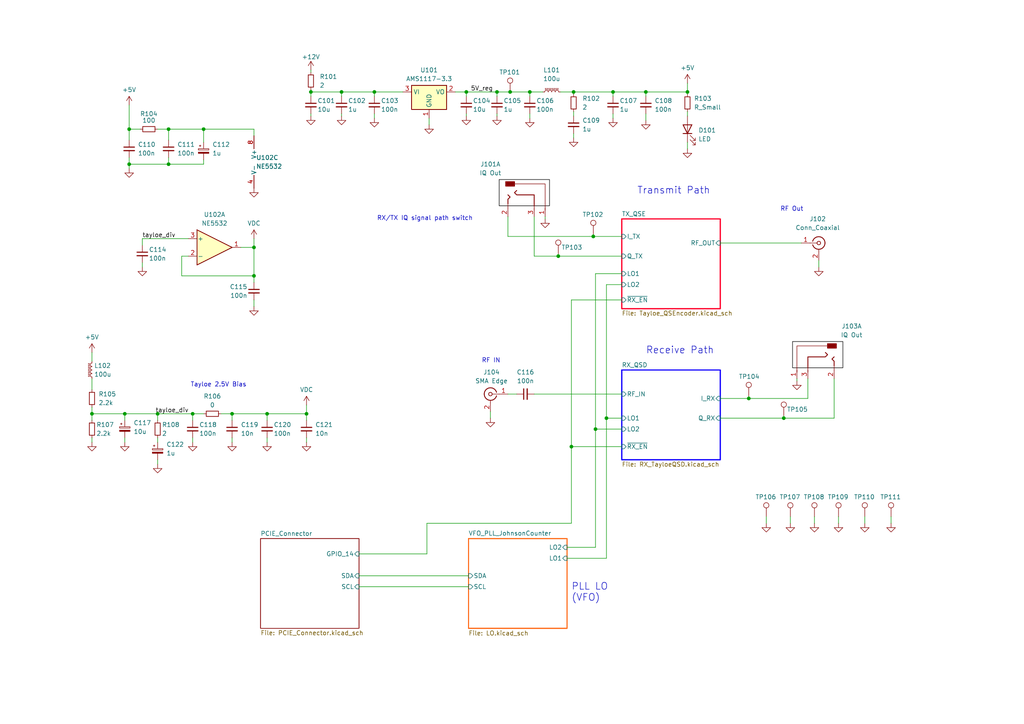
<source format=kicad_sch>
(kicad_sch (version 20231120) (generator "eeschema") (generator_version "8.0")
  (paper "A4")
  (title_block (title "Rhapsody - moduar experimental SDR TRX") (date "2023-10-12") (rev "1.0") (company "SP6GK") (comment 1 "RX and TX QSD") (comment 2 "Johnson Counter for IQ LO drive") (comment 3 "PLL with option for extenal input"))
  (lib_symbols
    (symbol "Amplifier_Operational:NE5532" (pin_names (offset 0.127))
      (property "Reference" "U" (at 0 5.08 0))
      (property "Value" "NE5532" (at 0 -5.08 0))
      (symbol "NE5532_1_1"
        (polyline (pts (xy -5.08 5.08) (xy 5.08 0) (xy -5.08 -5.08) (xy -5.08 5.08)) (stroke (width 0.254)) (fill (type background)))
        (pin output line (at 7.62 0 180) (length 2.54) (name "~") (number "1"))
        (pin input line (at -7.62 -2.54 0) (length 2.54) (name "-") (number "2"))
        (pin input line (at -7.62 2.54 0) (length 2.54) (name "+") (number "3"))
      )
      (symbol "NE5532_2_1"
        (polyline (pts (xy -5.08 5.08) (xy 5.08 0) (xy -5.08 -5.08) (xy -5.08 5.08)) (stroke (width 0.254)) (fill (type background)))
        (pin input line (at -7.62 2.54 0) (length 2.54) (name "+") (number "5"))
        (pin input line (at -7.62 -2.54 0) (length 2.54) (name "-") (number "6"))
        (pin output line (at 7.62 0 180) (length 2.54) (name "~") (number "7"))
      )
      (symbol "NE5532_3_1"
        (pin power_in line (at -2.54 -7.62 90) (length 3.81) (name "V-") (number "4"))
        (pin power_in line (at -2.54 7.62 270) (length 3.81) (name "V+") (number "8"))
      )
    )
    (symbol "AudioJack2_Dual_Ground_Switch_1"
      (property "Reference" "J101" (at -10.16 -5.08 90))
      (property "Value" "IQ Out" (at -7.62 -5.08 90))
      (symbol "AudioJack2_Dual_Ground_Switch_1_0_1"
        (rectangle (start -5.715 12.065) (end 1.905 -2.54) (stroke (width 0) (color 0 0 0 1)))
        (rectangle (start -5.08 1.905) (end -3.81 -0.635) (stroke (width 0.254)) (fill (type outline)))
        (polyline (pts (xy 2.54 0) (xy 1.27 0)))
        (polyline (pts (xy 3.175 7.62) (xy 1.905 7.62)))
        (polyline (pts (xy 3.175 10.795) (xy 1.905 10.795)))
        (polyline (pts (xy -4.445 1.905) (xy -4.445 10.795) (xy 1.905 10.795)))
        (polyline (pts (xy -1.27 0) (xy -0.635 0.635) (xy 0 0) (xy 1.27 0)) (stroke (width 0.254)))
        (polyline (pts (xy 1.905 7.62) (xy -1.27 7.62) (xy -1.27 2.54) (xy -1.905 1.905) (xy -2.54 2.54)) (stroke (width 0.254)))
      )
      (symbol "AudioJack2_Dual_Ground_Switch_1_1_1"
        (pin passive line (at 5.08 10.795 180) (length 2.54) (name "") (number "1"))
        (pin passive line (at 5.08 0 180) (length 2.54) (name "~") (number "2"))
        (pin passive line (at 5.08 7.62 180) (length 2.54) (name "~") (number "3"))
      )
      (symbol "AudioJack2_Dual_Ground_Switch_1_2_1"
        (pin passive line (at 5.08 7.62 180) (length 2.54) (name "~") (number "S2"))
        (pin passive line (at 5.08 0 180) (length 2.54) (name "~") (number "T2"))
      )
    )
    (symbol "Connector:Conn_Coaxial" (pin_names (offset 1.016) hide)
      (property "Reference" "J" (at 0.254 3.048 0))
      (property "Value" "Conn_Coaxial" (at 2.921 0 90))
      (symbol "Conn_Coaxial_0_1"
        (arc (start -1.778 -0.508) (mid 0.2311 -1.8066) (end 1.778 0) (stroke (width 0.254)))
        (polyline (pts (xy -2.54 0) (xy -0.508 0)))
        (polyline (pts (xy 0 -2.54) (xy 0 -1.778)))
        (circle (center 0 0) (radius 0.508) (stroke (width 0.2032)))
        (arc (start 1.778 0) (mid 0.2099 1.8101) (end -1.778 0.508) (stroke (width 0.254)))
      )
      (symbol "Conn_Coaxial_1_1"
        (pin passive line (at -5.08 0 0) (length 2.54) (name "In") (number "1"))
        (pin passive line (at 0 -5.08 90) (length 2.54) (name "Ext") (number "2"))
      )
    )
    (symbol "Connector:TestPoint" (pin_numbers hide) (pin_names (offset 0.762) hide)
      (property "Reference" "TP" (at 0 6.858 0))
      (property "Value" "TestPoint" (at 0 5.08 0))
      (symbol "TestPoint_0_1"
        (circle (center 0 3.302) (radius 0.762))
      )
      (symbol "TestPoint_1_1"
        (pin passive line (at 0 0 90) (length 2.54) (name "1") (number "1"))
      )
    )
    (symbol "Device:C_Polarized_Small" (pin_numbers hide) (pin_names (offset 0.254) hide)
      (property "Reference" "C" (at 0.254 1.778 0))
      (property "Value" "C_Polarized_Small" (at 0.254 -2.032 0))
      (symbol "C_Polarized_Small_0_1"
        (rectangle (start -1.524 -0.3048) (end 1.524 -0.6858) (fill (type outline)))
        (rectangle (start -1.524 0.6858) (end 1.524 0.3048))
        (polyline (pts (xy -1.27 1.524) (xy -0.762 1.524)))
        (polyline (pts (xy -1.016 1.27) (xy -1.016 1.778)))
      )
      (symbol "C_Polarized_Small_1_1"
        (pin passive line (at 0 2.54 270) (length 1.8542) (name "~") (number "1"))
        (pin passive line (at 0 -2.54 90) (length 1.8542) (name "~") (number "2"))
      )
    )
    (symbol "Device:C_Small" (pin_numbers hide) (pin_names (offset 0.254) hide)
      (property "Reference" "C" (at 0.254 1.778 0))
      (property "Value" "C_Small" (at 0.254 -2.032 0))
      (symbol "C_Small_0_1"
        (polyline (pts (xy -1.524 -0.508) (xy 1.524 -0.508)) (stroke (width 0.3302)))
        (polyline (pts (xy -1.524 0.508) (xy 1.524 0.508)) (stroke (width 0.3048)))
      )
      (symbol "C_Small_1_1"
        (pin passive line (at 0 2.54 270) (length 2.032) (name "~") (number "1"))
        (pin passive line (at 0 -2.54 90) (length 2.032) (name "~") (number "2"))
      )
    )
    (symbol "Device:LED" (pin_numbers hide) (pin_names (offset 1.016) hide)
      (property "Reference" "D" (at 0 2.54 0))
      (property "Value" "LED" (at 0 -2.54 0))
      (symbol "LED_0_1"
        (polyline (pts (xy -1.27 -1.27) (xy -1.27 1.27)) (stroke (width 0.254)))
        (polyline (pts (xy -1.27 0) (xy 1.27 0)))
        (polyline (pts (xy 1.27 -1.27) (xy 1.27 1.27) (xy -1.27 0) (xy 1.27 -1.27)) (stroke (width 0.254)))
        (polyline (pts (xy -3.048 -0.762) (xy -4.572 -2.286) (xy -3.81 -2.286) (xy -4.572 -2.286) (xy -4.572 -1.524)))
        (polyline (pts (xy -1.778 -0.762) (xy -3.302 -2.286) (xy -2.54 -2.286) (xy -3.302 -2.286) (xy -3.302 -1.524)))
      )
      (symbol "LED_1_1"
        (pin passive line (at -3.81 0 0) (length 2.54) (name "K") (number "1"))
        (pin passive line (at 3.81 0 180) (length 2.54) (name "A") (number "2"))
      )
    )
    (symbol "Device:L_Ferrite_Small" (pin_numbers hide) (pin_names (offset 0.254) hide)
      (property "Reference" "L" (at 1.27 1.016 0))
      (property "Value" "L_Ferrite_Small" (at 1.27 -1.27 0))
      (symbol "L_Ferrite_Small_0_1"
        (arc (start 0 -2.032) (mid 0.5058 -1.524) (end 0 -1.016))
        (arc (start 0 -1.016) (mid 0.5058 -0.508) (end 0 0))
        (polyline (pts (xy 0.762 -1.905) (xy 0.762 -1.651)))
        (polyline (pts (xy 0.762 -1.397) (xy 0.762 -1.143)))
        (polyline (pts (xy 0.762 -0.889) (xy 0.762 -0.635)))
        (polyline (pts (xy 0.762 -0.381) (xy 0.762 -0.127)))
        (polyline (pts (xy 0.762 0.127) (xy 0.762 0.381)))
        (polyline (pts (xy 0.762 0.635) (xy 0.762 0.889)))
        (polyline (pts (xy 0.762 1.143) (xy 0.762 1.397)))
        (polyline (pts (xy 0.762 1.651) (xy 0.762 1.905)))
        (polyline (pts (xy 1.016 -1.651) (xy 1.016 -1.905)))
        (polyline (pts (xy 1.016 -1.143) (xy 1.016 -1.397)))
        (polyline (pts (xy 1.016 -0.635) (xy 1.016 -0.889)))
        (polyline (pts (xy 1.016 -0.127) (xy 1.016 -0.381)))
        (polyline (pts (xy 1.016 0.381) (xy 1.016 0.127)))
        (polyline (pts (xy 1.016 0.889) (xy 1.016 0.635)))
        (polyline (pts (xy 1.016 1.397) (xy 1.016 1.143)))
        (polyline (pts (xy 1.016 1.905) (xy 1.016 1.651)))
        (arc (start 0 0) (mid 0.5058 0.508) (end 0 1.016))
        (arc (start 0 1.016) (mid 0.5058 1.524) (end 0 2.032))
      )
      (symbol "L_Ferrite_Small_1_1"
        (pin passive line (at 0 2.54 270) (length 0.508) (name "~") (number "1"))
        (pin passive line (at 0 -2.54 90) (length 0.508) (name "~") (number "2"))
      )
    )
    (symbol "Device:R_Small" (pin_numbers hide) (pin_names (offset 0.254) hide)
      (property "Reference" "R" (at 0.762 0.508 0))
      (property "Value" "R_Small" (at 0.762 -1.016 0))
      (symbol "R_Small_0_1"
        (rectangle (start -0.762 1.778) (end 0.762 -1.778) (stroke (width 0.2032)))
      )
      (symbol "R_Small_1_1"
        (pin passive line (at 0 2.54 270) (length 0.762) (name "~") (number "1"))
        (pin passive line (at 0 -2.54 90) (length 0.762) (name "~") (number "2"))
      )
    )
    (symbol "Regulator_Linear:AMS1117-3.3"
      (property "Reference" "U" (at -3.81 3.175 0))
      (property "Value" "AMS1117-3.3" (at 0 3.175 0))
      (symbol "AMS1117-3.3_0_1"
        (rectangle (start -5.08 -5.08) (end 5.08 1.905) (stroke (width 0.254)) (fill (type background)))
      )
      (symbol "AMS1117-3.3_1_1"
        (pin power_in line (at 0 -7.62 90) (length 2.54) (name "GND") (number "1"))
        (pin power_out line (at 7.62 0 180) (length 2.54) (name "VO") (number "2"))
        (pin power_in line (at -7.62 0 0) (length 2.54) (name "VI") (number "3"))
      )
    )
    (symbol "Switch:SW_Push_DPDT" (pin_names (offset 0) hide)
      (property "Reference" "SW" (at 0 8.89 0))
      (property "Value" "SW_Push_DPDT" (at 0 -10.16 0))
      (symbol "SW_Push_DPDT_0_0"
        (circle (center -2.032 -5.08) (radius 0.508))
        (circle (center -2.032 5.08) (radius 0.508))
        (circle (center 2.032 -7.62) (radius 0.508))
        (circle (center 2.032 2.54) (radius 0.508))
      )
      (symbol "SW_Push_DPDT_0_1"
        (polyline (pts (xy -1.524 -4.826) (xy 2.54 -3.048)))
        (polyline (pts (xy -1.524 5.334) (xy 2.54 7.112)))
        (polyline (pts (xy 0 -2.286) (xy 0 -4.064)))
        (polyline (pts (xy 0 -1.016) (xy 0 0)))
        (polyline (pts (xy 0 1.27) (xy 0 2.286)))
        (polyline (pts (xy 0 3.556) (xy 0 4.572)))
        (polyline (pts (xy 0 7.874) (xy 0 6.096)))
        (circle (center 2.032 -2.54) (radius 0.508))
        (circle (center 2.032 7.62) (radius 0.508))
      )
      (symbol "SW_Push_DPDT_1_1"
        (pin passive line (at 5.08 7.62 180) (length 2.54) (name "A") (number "1"))
        (pin passive line (at -5.08 5.08 0) (length 2.54) (name "B") (number "2"))
        (pin passive line (at 5.08 2.54 180) (length 2.54) (name "C") (number "3"))
        (pin passive line (at 5.08 -2.54 180) (length 2.54) (name "A") (number "4"))
        (pin passive line (at -5.08 -5.08 0) (length 2.54) (name "B") (number "5"))
        (pin passive line (at 5.08 -7.62 180) (length 2.54) (name "C") (number "6"))
      )
    )
    (symbol "power:+12V" (power) (pin_names (offset 0))
      (property "Value" "+12V" (at 0 3.556 0))
      (symbol "+12V_0_1"
        (polyline (pts (xy -0.762 1.27) (xy 0 2.54)))
        (polyline (pts (xy 0 0) (xy 0 2.54)))
        (polyline (pts (xy 0 2.54) (xy 0.762 1.27)))
      )
      (symbol "+12V_1_1"
        (pin power_in line (at 0 0 90) (length 0) hide (name "+12V") (number "1"))
      )
    )
    (symbol "power:+5V" (power) (pin_names (offset 0))
      (property "Value" "+5V" (at 0 3.556 0))
      (symbol "+5V_0_1"
        (polyline (pts (xy -0.762 1.27) (xy 0 2.54)))
        (polyline (pts (xy 0 0) (xy 0 2.54)))
        (polyline (pts (xy 0 2.54) (xy 0.762 1.27)))
      )
      (symbol "+5V_1_1"
        (pin power_in line (at 0 0 90) (length 0) hide (name "+5V") (number "1"))
      )
    )
    (symbol "power:GND" (power) (pin_names (offset 0))
      (property "Value" "GND" (at 0 -3.81 0))
      (symbol "GND_0_1"
        (polyline (pts (xy 0 0) (xy 0 -1.27) (xy 1.27 -1.27) (xy 0 -2.54) (xy -1.27 -1.27) (xy 0 -1.27)))
      )
      (symbol "GND_1_1"
        (pin power_in line (at 0 0 270) (length 0) hide (name "GND") (number "1"))
      )
    )
    (symbol "power:VDC" (power) (pin_names (offset 0))
      (property "Value" "VDC" (at 0 6.35 0))
      (symbol "VDC_0_1"
        (polyline (pts (xy -0.762 1.27) (xy 0 2.54)))
        (polyline (pts (xy 0 0) (xy 0 2.54)))
        (polyline (pts (xy 0 2.54) (xy 0.762 1.27)))
      )
      (symbol "VDC_1_1"
        (pin power_in line (at 0 0 90) (length 0) hide (name "VDC") (number "1"))
      )
    )
  )
  (junction (at 73.66 71.755))
  (junction (at 45.72 120.015))
  (junction (at 161.925 74.295))
  (junction (at 135.255 26.67))
  (junction (at 199.39 26.67))
  (junction (at 73.66 80.01))
  (junction (at 108.585 26.67))
  (junction (at 175.895 121.285))
  (junction (at 165.735 129.54))
  (junction (at 144.145 26.67))
  (junction (at 59.055 37.465))
  (junction (at 153.67 26.67))
  (junction (at 172.72 124.46))
  (junction (at 37.465 47.625))
  (junction (at 147.955 26.67))
  (junction (at 99.06 26.67))
  (junction (at 187.325 26.67))
  (junction (at 48.895 37.465))
  (junction (at 37.465 37.465))
  (junction (at 36.195 120.015))
  (junction (at 90.17 26.67))
  (junction (at 227.33 121.285))
  (junction (at 166.37 26.67))
  (junction (at 48.895 47.625))
  (junction (at 177.8 26.67))
  (junction (at 88.9 120.015))
  (junction (at 217.17 115.57))
  (junction (at 67.31 120.015))
  (junction (at 55.88 120.015))
  (junction (at 26.67 120.015))
  (junction (at 172.085 68.58))
  (junction (at 77.47 120.015))
  (wire (pts (xy 153.67 26.67) (xy 157.48 26.67)))
  (wire (pts (xy 161.925 74.295) (xy 180.34 74.295)))
  (wire (pts (xy 99.06 26.67) (xy 99.06 27.94)))
  (wire (pts (xy 241.935 121.285) (xy 227.33 121.285)))
  (wire (pts (xy 64.135 120.015) (xy 67.31 120.015)))
  (wire (pts (xy 144.145 33.02) (xy 144.145 33.655)))
  (wire (pts (xy 108.585 26.67) (xy 108.585 27.94)))
  (wire (pts (xy 123.825 160.655) (xy 123.825 151.765)))
  (wire (pts (xy 88.9 127) (xy 88.9 128.27)))
  (wire (pts (xy 166.37 26.67) (xy 177.8 26.67)))
  (wire (pts (xy 147.955 26.67) (xy 153.67 26.67)))
  (wire (pts (xy 153.67 26.67) (xy 153.67 27.94)))
  (wire (pts (xy 77.47 120.015) (xy 67.31 120.015)))
  (polyline (pts (xy 375.92 71.12) (xy 375.92 121.92)))
  (wire (pts (xy 199.39 41.275) (xy 199.39 43.18)))
  (wire (pts (xy 166.37 38.735) (xy 166.37 40.005)))
  (wire (pts (xy 99.06 26.67) (xy 90.17 26.67)))
  (wire (pts (xy 37.465 47.625) (xy 37.465 45.72)))
  (wire (pts (xy 90.17 26.67) (xy 90.17 27.94)))
  (wire (pts (xy 172.085 67.945) (xy 172.085 68.58)))
  (wire (pts (xy 180.34 82.55) (xy 175.895 82.55)))
  (wire (pts (xy 187.325 26.67) (xy 187.325 27.94)))
  (wire (pts (xy 104.14 160.655) (xy 123.825 160.655)))
  (wire (pts (xy 180.34 79.375) (xy 172.72 79.375)))
  (wire (pts (xy 88.9 120.015) (xy 88.9 121.92)))
  (wire (pts (xy 177.8 33.02) (xy 177.8 34.29)))
  (wire (pts (xy 73.66 71.755) (xy 73.66 69.215)))
  (wire (pts (xy 45.72 120.015) (xy 36.195 120.015)))
  (wire (pts (xy 73.66 80.01) (xy 73.66 81.915)))
  (wire (pts (xy 250.825 149.86) (xy 250.825 151.765)))
  (wire (pts (xy 172.72 124.46) (xy 180.34 124.46)))
  (polyline (pts (xy 360.045 121.92) (xy 360.045 71.12)))
  (wire (pts (xy 154.94 74.295) (xy 161.925 74.295)))
  (wire (pts (xy 41.275 69.215) (xy 41.275 71.12)))
  (wire (pts (xy 147.32 62.865) (xy 147.32 68.58)))
  (wire (pts (xy 161.925 73.66) (xy 161.925 74.295)))
  (wire (pts (xy 165.735 129.54) (xy 165.735 151.765)))
  (wire (pts (xy 41.275 76.2) (xy 41.275 77.47)))
  (wire (pts (xy 378.46 88.265) (xy 372.11 88.265)))
  (wire (pts (xy 36.195 120.015) (xy 26.67 120.015)))
  (wire (pts (xy 132.08 26.67) (xy 135.255 26.67)))
  (wire (pts (xy 199.39 24.13) (xy 199.39 26.67)))
  (wire (pts (xy 231.14 110.49) (xy 231.14 109.855)))
  (wire (pts (xy 26.67 120.015) (xy 26.67 121.92)))
  (wire (pts (xy 135.255 26.67) (xy 135.255 27.94)))
  (wire (pts (xy 234.315 115.57) (xy 217.17 115.57)))
  (wire (pts (xy 124.46 34.29) (xy 124.46 36.195)))
  (wire (pts (xy 90.17 20.32) (xy 90.17 20.955)))
  (wire (pts (xy 67.31 120.015) (xy 67.31 121.92)))
  (wire (pts (xy 59.055 41.275) (xy 59.055 37.465)))
  (wire (pts (xy 154.94 62.865) (xy 154.94 74.295)))
  (wire (pts (xy 73.66 39.37) (xy 73.66 37.465)))
  (wire (pts (xy 166.37 26.67) (xy 166.37 27.305)))
  (wire (pts (xy 55.88 127) (xy 55.88 128.27)))
  (wire (pts (xy 77.47 127) (xy 77.47 128.27)))
  (wire (pts (xy 135.255 33.02) (xy 135.255 33.655)))
  (wire (pts (xy 67.31 127) (xy 67.31 128.27)))
  (wire (pts (xy 187.325 33.02) (xy 187.325 34.925)))
  (wire (pts (xy 54.61 74.295) (xy 52.705 74.295)))
  (wire (pts (xy 227.33 121.285) (xy 208.915 121.285)))
  (wire (pts (xy 208.915 70.485) (xy 232.41 70.485)))
  (wire (pts (xy 90.17 33.02) (xy 90.17 33.655)))
  (wire (pts (xy 108.585 26.67) (xy 99.06 26.67)))
  (wire (pts (xy 48.895 47.625) (xy 37.465 47.625)))
  (wire (pts (xy 104.14 170.18) (xy 135.89 170.18)))
  (wire (pts (xy 88.9 117.475) (xy 88.9 120.015)))
  (wire (pts (xy 37.465 37.465) (xy 40.64 37.465)))
  (wire (pts (xy 217.17 115.57) (xy 208.915 115.57)))
  (wire (pts (xy 165.735 86.995) (xy 165.735 129.54)))
  (wire (pts (xy 258.445 149.86) (xy 258.445 151.765)))
  (wire (pts (xy 55.88 120.015) (xy 59.055 120.015)))
  (wire (pts (xy 175.895 82.55) (xy 175.895 121.285)))
  (wire (pts (xy 88.9 120.015) (xy 77.47 120.015)))
  (wire (pts (xy 45.72 127) (xy 45.72 128.27)))
  (wire (pts (xy 36.195 120.015) (xy 36.195 121.92)))
  (wire (pts (xy 234.315 109.855) (xy 234.315 115.57)))
  (wire (pts (xy 59.055 47.625) (xy 48.895 47.625)))
  (wire (pts (xy 45.72 133.35) (xy 45.72 134.62)))
  (wire (pts (xy 73.66 80.01) (xy 73.66 71.755)))
  (wire (pts (xy 217.17 114.935) (xy 217.17 115.57)))
  (wire (pts (xy 241.935 109.855) (xy 241.935 121.285)))
  (wire (pts (xy 48.895 40.64) (xy 48.895 37.465)))
  (wire (pts (xy 158.115 63.5) (xy 158.115 62.865)))
  (polyline (pts (xy 360.68 121.92) (xy 375.92 121.92)))
  (wire (pts (xy 164.465 158.75) (xy 172.72 158.75)))
  (wire (pts (xy 164.465 161.925) (xy 175.895 161.925)))
  (wire (pts (xy 370.84 106.045) (xy 379.73 106.045)))
  (wire (pts (xy 52.705 80.01) (xy 73.66 80.01)))
  (wire (pts (xy 45.72 37.465) (xy 48.895 37.465)))
  (wire (pts (xy 26.67 118.11) (xy 26.67 120.015)))
  (wire (pts (xy 379.095 78.105) (xy 372.11 78.105)))
  (wire (pts (xy 237.49 75.565) (xy 237.49 77.47)))
  (wire (pts (xy 172.085 68.58) (xy 180.34 68.58)))
  (wire (pts (xy 108.585 33.02) (xy 108.585 34.29)))
  (wire (pts (xy 52.705 74.295) (xy 52.705 80.01)))
  (wire (pts (xy 180.34 86.995) (xy 165.735 86.995)))
  (wire (pts (xy 222.25 149.86) (xy 222.25 151.765)))
  (wire (pts (xy 172.72 79.375) (xy 172.72 124.46)))
  (wire (pts (xy 54.61 69.215) (xy 41.275 69.215)))
  (wire (pts (xy 380.365 116.205) (xy 370.84 116.205)))
  (wire (pts (xy 26.67 127) (xy 26.67 128.27)))
  (wire (pts (xy 243.205 149.86) (xy 243.205 151.765)))
  (wire (pts (xy 99.06 33.02) (xy 99.06 33.655)))
  (wire (pts (xy 175.895 121.285) (xy 180.34 121.285)))
  (wire (pts (xy 227.33 120.65) (xy 227.33 121.285)))
  (wire (pts (xy 37.465 30.48) (xy 37.465 37.465)))
  (wire (pts (xy 55.88 120.015) (xy 55.88 121.92)))
  (wire (pts (xy 199.39 27.305) (xy 199.39 26.67)))
  (wire (pts (xy 166.37 32.385) (xy 166.37 33.655)))
  (wire (pts (xy 147.32 68.58) (xy 172.085 68.58)))
  (wire (pts (xy 236.22 149.86) (xy 236.22 151.765)))
  (wire (pts (xy 73.66 86.995) (xy 73.66 88.9)))
  (wire (pts (xy 55.88 120.015) (xy 45.72 120.015)))
  (wire (pts (xy 73.66 71.755) (xy 69.85 71.755)))
  (wire (pts (xy 144.145 26.67) (xy 147.955 26.67)))
  (wire (pts (xy 48.895 37.465) (xy 59.055 37.465)))
  (wire (pts (xy 142.24 119.38) (xy 142.24 121.285)))
  (wire (pts (xy 172.72 124.46) (xy 172.72 158.75)))
  (wire (pts (xy 36.195 127) (xy 36.195 128.27)))
  (wire (pts (xy 90.17 26.035) (xy 90.17 26.67)))
  (wire (pts (xy 48.895 47.625) (xy 48.895 45.72)))
  (wire (pts (xy 26.67 109.855) (xy 26.67 113.03)))
  (wire (pts (xy 175.895 121.285) (xy 175.895 161.925)))
  (wire (pts (xy 229.235 149.86) (xy 229.235 151.765)))
  (wire (pts (xy 177.8 27.94) (xy 177.8 26.67)))
  (wire (pts (xy 187.325 26.67) (xy 199.39 26.67)))
  (wire (pts (xy 135.255 26.67) (xy 144.145 26.67)))
  (wire (pts (xy 123.825 151.765) (xy 165.735 151.765)))
  (polyline (pts (xy 360.045 71.12) (xy 375.92 71.12)))
  (wire (pts (xy 199.39 32.385) (xy 199.39 33.655)))
  (wire (pts (xy 144.145 26.67) (xy 144.145 27.94)))
  (wire (pts (xy 162.56 26.67) (xy 166.37 26.67)))
  (wire (pts (xy 37.465 37.465) (xy 37.465 40.64)))
  (wire (pts (xy 147.32 114.3) (xy 149.86 114.3)))
  (wire (pts (xy 116.84 26.67) (xy 108.585 26.67)))
  (wire (pts (xy 154.94 114.3) (xy 180.34 114.3)))
  (wire (pts (xy 26.67 102.235) (xy 26.67 104.775)))
  (wire (pts (xy 37.465 47.625) (xy 37.465 48.895)))
  (wire (pts (xy 177.8 26.67) (xy 187.325 26.67)))
  (wire (pts (xy 165.735 129.54) (xy 180.34 129.54)))
  (wire (pts (xy 73.66 37.465) (xy 59.055 37.465)))
  (wire (pts (xy 45.72 120.015) (xy 45.72 121.92)))
  (wire (pts (xy 77.47 120.015) (xy 77.47 121.92)))
  (wire (pts (xy 59.055 46.355) (xy 59.055 47.625)))
  (wire (pts (xy 104.14 167.005) (xy 135.89 167.005)))
  (wire (pts (xy 153.67 33.02) (xy 153.67 34.29)))
  (rectangle (start 328.93 57.15) (end 389.255 131.445) (stroke (width 0.3) (type dash)))
  (text "RF IN\n" (at 139.7 105.41 0) (effects (font (size 1.27 1.27)) (justify left bottom)))
  (text "\nDAC\n" (at 381.635 113.665 0) (effects (font (size 1.27 1.27)) (justify left bottom)))
  (text "Interconnection to mcu board" (at 337.82 54.61 0) (effects (font (size 2 2)) (justify left bottom)))
  (text "Backgorund MIC(option)" (at 334.01 92.075 0) (effects (font (size 1.27 1.27)) (justify left bottom)))
  (text "RF Out\n\n" (at 233.045 63.5 0) (effects (font (size 1.27 1.27)) (justify right bottom)))
  (text "RX/TX IQ signal path switch" (at 137.16 64.135 0) (effects (font (size 1.27 1.27)) (justify right bottom)))
  (text "Receive Path\n" (at 187.325 102.87 0) (effects (font (size 2 2)) (justify left bottom)))
  (text "Background noise reduction?" (at 332.105 95.25 0) (effects (font (size 1.27 1.27)) (justify left bottom)))
  (text "I_TX" (at 354.965 109.22 0) (effects (font (size 1.27 1.27)) (justify left bottom)))
  (text "SPKR_AMP\n" (at 349.885 104.775 0) (effects (font (size 1.27 1.27)) (justify left bottom)))
  (text "ADC\n" (at 381.635 84.455 0) (effects (font (size 1.27 1.27)) (justify left bottom)))
  (text "I_TX" (at 354.965 119.38 0) (effects (font (size 1.27 1.27)) (justify left bottom)))
  (text "PLL LO\n(VFO)\n" (at 165.735 174.625 0) (effects (font (size 2 2)) (justify left bottom)))
  (text "TS3A44159\non codec+MCU board" (at 356.87 66.675 0) (effects (font (size 1.5 1.5)) (justify left bottom)))
  (text "IRX\n\n" (at 356.235 78.74 0) (effects (font (size 1.27 1.27)) (justify left bottom)))
  (text "Transmit Path" (at 184.785 56.515 0) (effects (font (size 2 2)) (justify left bottom)))
  (text "Tayloe 2.5V Bias" (at 55.245 112.395 0) (effects (font (size 1.27 1.27)) (justify left bottom)))
  (text "MIC" (at 356.87 81.28 0) (effects (font (size 1.27 1.27)) (justify left bottom)))
  (text "QRX" (at 356.87 86.36 0) (effects (font (size 1.27 1.27)) (justify left bottom)))
  (label "tayloe_div" (at 45.085 120.015 0))
  (label "tayloe_div" (at 41.275 69.215 0))
  (label "5V_reg" (at 136.525 26.67 0))
  (symbol (lib_id "power:GND") (at 177.8 34.29 0) (unit 1)
    (property "Reference" "#PWR0110" (effects (hide yes)))
    (property "Value" "GND" (effects (hide yes)))
  )
  (symbol (lib_id "power:GND") (at 153.67 34.29 0) (unit 1)
    (property "Reference" "#PWR0109" (effects (hide yes)))
    (property "Value" "GND" (effects (hide yes)))
  )
  (symbol (lib_id "Connector:TestPoint") (at 217.17 114.935 0) (mirror y) (unit 1)
    (property "Reference" "TP104" (at 220.345 109.22 0) (effects (justify left)))
    (property "Value" "TestPoint" (effects (hide yes)))
    (property "Footprint" "TestPoint:TestPoint_Pad_D1.5mm" (effects (hide yes)))
  )
  (symbol (lib_id "power:VDC") (at 88.9 117.475 0) (mirror y) (unit 1)
    (property "Reference" "#PWR0124" (effects (hide yes)))
    (property "Value" "VDC" (at 88.9 113.03 0))
  )
  (symbol (lib_id "power:GND") (at 135.255 33.655 0) (unit 1)
    (property "Reference" "#PWR0106" (effects (hide yes)))
    (property "Value" "GND" (effects (hide yes)))
  )
  (symbol (lib_id "Device:L_Ferrite_Small") (at 160.02 26.67 90) (unit 1)
    (property "Reference" "L101" (at 160.02 20.32 90))
    (property "Value" "100u" (at 160.02 22.86 90))
    (property "Footprint" "Inductor_SMD:L_1206_3216Metric_Pad1.22x1.90mm_HandSolder" (effects (hide yes)))
  )
  (symbol (lib_id "Device:C_Small") (at 77.47 124.46 0) (unit 1)
    (property "Reference" "C120" (at 79.375 123.19 0) (effects (justify left)))
    (property "Value" "100n" (at 79.375 125.73 0) (effects (justify left)))
    (property "Footprint" "Capacitor_SMD:C_0603_1608Metric_Pad1.08x0.95mm_HandSolder" (effects (hide yes)))
  )
  (symbol (lib_id "Connector:TestPoint") (at 161.925 73.66 0) (mirror y) (unit 1)
    (property "Reference" "TP103" (at 168.91 71.755 0) (effects (justify left)))
    (property "Value" "TestPoint" (effects (hide yes)))
    (property "Footprint" "TestPoint:TestPoint_Pad_D1.5mm" (effects (hide yes)))
  )
  (symbol (lib_id "Amplifier_Operational:NE5532") (at 76.2 46.99 0) (unit 3)
    (property "Reference" "U102" (at 74.295 45.72 0) (effects (justify left)))
    (property "Value" "NE5532" (at 74.295 48.26 0) (effects (justify left)))
    (property "Footprint" "Package_SO:SOIC-8_3.9x4.9mm_P1.27mm" (effects (hide yes)))
    (property "Datasheet" "http://www.ti.com/lit/ds/symlink/ne5532.pdf" (effects (hide yes)))
  )
  (symbol (lib_id "power:+5V") (at 37.465 30.48 0) (unit 1)
    (property "Reference" "#PWR0103" (effects (hide yes)))
    (property "Value" "+5V" (at 37.465 26.035 0))
  )
  (symbol (lib_id "Connector:Conn_Coaxial") (at 142.24 114.3 0) (mirror y) (unit 1)
    (property "Reference" "J104" (at 142.5574 107.95 0))
    (property "Value" "SMA Edge" (at 142.5574 110.49 0))
    (property "Footprint" "Connector_Coaxial:SMA_Amphenol_132289_EdgeMount" (effects (hide yes)))
    (property "Datasheet" " ~" (effects (hide yes)))
  )
  (symbol (lib_id "Connector:TestPoint") (at 229.235 149.86 0) (unit 1)
    (property "Reference" "TP107" (at 226.06 144.145 0) (effects (justify left)))
    (property "Value" "TestPoint" (effects (hide yes)))
    (property "Footprint" "TestPoint:TestPoint_Pad_D1.5mm" (effects (hide yes)))
  )
  (symbol (lib_id "Device:C_Small") (at 108.585 30.48 0) (unit 1)
    (property "Reference" "C103" (at 110.49 29.21 0) (effects (justify left)))
    (property "Value" "100n" (at 110.49 31.75 0) (effects (justify left)))
    (property "Footprint" "Capacitor_SMD:C_0603_1608Metric_Pad1.08x0.95mm_HandSolder" (effects (hide yes)))
  )
  (symbol (lib_id "Device:L_Ferrite_Small") (at 26.67 107.315 180) (unit 1)
    (property "Reference" "L102" (at 27.305 106.045 0) (effects (justify right)))
    (property "Value" "100u" (at 27.305 108.585 0) (effects (justify right)))
    (property "Footprint" "Inductor_SMD:L_1206_3216Metric_Pad1.22x1.90mm_HandSolder" (effects (hide yes)))
  )
  (symbol (lib_id "Connector:TestPoint") (at 250.825 149.86 0) (unit 1)
    (property "Reference" "TP110" (at 247.65 144.145 0) (effects (justify left)))
    (property "Value" "TestPoint" (effects (hide yes)))
    (property "Footprint" "TestPoint:TestPoint_Pad_4.0x4.0mm" (effects (hide yes)))
  )
  (symbol (lib_id "power:GND") (at 41.275 77.47 0) (unit 1)
    (property "Reference" "#PWR0119" (effects (hide yes)))
    (property "Value" "GND" (effects (hide yes)))
  )
  (symbol (lib_id "Device:C_Small") (at 90.17 30.48 0) (unit 1)
    (property "Reference" "C101" (at 92.075 29.21 0) (effects (justify left)))
    (property "Value" "10u" (at 92.075 31.75 0) (effects (justify left)))
    (property "Footprint" "Capacitor_SMD:C_1206_3216Metric_Pad1.33x1.80mm_HandSolder" (effects (hide yes)))
  )
  (symbol (lib_id "Device:C_Small") (at 166.37 36.195 0) (unit 1)
    (property "Reference" "C109" (at 168.91 34.925 0) (effects (justify left)))
    (property "Value" "1u" (at 168.91 37.465 0) (effects (justify left)))
    (property "Footprint" "Capacitor_SMD:C_0603_1608Metric_Pad1.08x0.95mm_HandSolder" (effects (hide yes)))
  )
  (symbol (lib_id "Device:C_Polarized_Small") (at 45.72 130.81 0) (unit 1)
    (property "Reference" "C122" (at 48.26 128.905 0) (effects (justify left)))
    (property "Value" "1u" (at 48.26 131.445 0) (effects (justify left)))
    (property "Footprint" "Capacitor_SMD:C_0603_1608Metric_Pad1.08x0.95mm_HandSolder" (effects (hide yes)))
  )
  (symbol (lib_id "power:GND") (at 243.205 151.765 0) (unit 1)
    (property "Reference" "#PWR0136" (effects (hide yes)))
    (property "Value" "GND" (effects (hide yes)))
  )
  (symbol (lib_id "Device:C_Small") (at 48.895 43.18 0) (unit 1)
    (property "Reference" "C111" (at 51.435 41.91 0) (effects (justify left)))
    (property "Value" "100n" (at 51.435 44.45 0) (effects (justify left)))
    (property "Footprint" "Capacitor_SMD:C_0603_1608Metric_Pad1.08x0.95mm_HandSolder" (effects (hide yes)))
  )
  (symbol (lib_id "power:GND") (at 88.9 128.27 0) (unit 1)
    (property "Reference" "#PWR0131" (effects (hide yes)))
    (property "Value" "GND" (effects (hide yes)))
  )
  (symbol (lib_id "power:+5V") (at 199.39 24.13 0) (unit 1)
    (property "Reference" "#PWR0102" (effects (hide yes)))
    (property "Value" "+5V" (at 199.39 19.685 0))
  )
  (symbol (lib_id "Device:R_Small") (at 45.72 124.46 0) (unit 1)
    (property "Reference" "R108" (at 46.99 123.19 0) (effects (justify left)))
    (property "Value" "2" (at 46.99 125.73 0) (effects (justify left)))
    (property "Footprint" "Resistor_SMD:R_0603_1608Metric_Pad0.98x0.95mm_HandSolder" (effects (hide yes)))
  )
  (symbol (lib_id "Device:R_Small") (at 26.67 124.46 0) (unit 1)
    (property "Reference" "R107" (at 27.94 123.19 0) (effects (justify left)))
    (property "Value" "2.2k" (at 27.94 125.73 0) (effects (justify left)))
    (property "Footprint" "Resistor_SMD:R_0603_1608Metric_Pad0.98x0.95mm_HandSolder" (effects (hide yes)))
  )
  (symbol (lib_id "power:GND") (at 45.72 134.62 0) (unit 1)
    (property "Reference" "#PWR0132" (effects (hide yes)))
    (property "Value" "GND" (effects (hide yes)))
  )
  (symbol (lib_id "Connector:TestPoint") (at 172.085 67.945 0) (unit 1)
    (property "Reference" "TP102" (at 168.91 62.23 0) (effects (justify left)))
    (property "Value" "TestPoint" (effects (hide yes)))
    (property "Footprint" "TestPoint:TestPoint_Pad_D1.5mm" (effects (hide yes)))
  )
  (symbol (lib_id "power:GND") (at 73.66 54.61 0) (unit 1)
    (property "Reference" "#PWR0116" (effects (hide yes)))
    (property "Value" "GND" (effects (hide yes)))
  )
  (symbol (lib_id "Regulator_Linear:AMS1117-3.3") (at 124.46 26.67 0) (unit 1)
    (property "Reference" "U101" (at 124.46 20.32 0))
    (property "Value" "AMS1117-3.3" (at 124.46 22.86 0))
    (property "Footprint" "Package_TO_SOT_SMD:SOT-223-3_TabPin2" (effects (hide yes)))
    (property "Datasheet" "http://www.advanced-monolithic.com/pdf/ds1117.pdf" (effects (hide yes)))
  )
  (symbol (lib_id "power:GND") (at 124.46 36.195 0) (unit 1)
    (property "Reference" "#PWR0112" (effects (hide yes)))
    (property "Value" "GND" (effects (hide yes)))
  )
  (symbol (lib_id "power:GND") (at 142.24 121.285 0) (unit 1)
    (property "Reference" "#PWR0125" (effects (hide yes)))
    (property "Value" "GND" (effects (hide yes)))
  )
  (symbol (lib_id "power:GND") (at 36.195 128.27 0) (unit 1)
    (property "Reference" "#PWR0127" (effects (hide yes)))
    (property "Value" "GND" (effects (hide yes)))
  )
  (symbol (lib_id "Switch:SW_Push_DPDT") (at 365.76 111.125 0) (mirror y) (unit 1)
    (property "Reference" "SW102" (at 365.76 97.79 0))
    (property "Value" "SW_Push_DPDT" (at 365.76 100.33 0))
  )
  (symbol (lib_id "Device:LED") (at 199.39 37.465 90) (unit 1)
    (property "Reference" "D101" (at 202.565 37.7825 90) (effects (justify right)))
    (property "Value" "LED" (at 202.565 40.3225 90) (effects (justify right)))
    (property "Footprint" "Diode_SMD:D_0805_2012Metric_Pad1.15x1.40mm_HandSolder" (effects (hide yes)))
  )
  (symbol (lib_id "Device:C_Small") (at 73.66 84.455 0) (mirror y) (unit 1)
    (property "Reference" "C115" (at 71.755 83.185 0) (effects (justify left)))
    (property "Value" "100n" (at 71.755 85.725 0) (effects (justify left)))
    (property "Footprint" "Capacitor_SMD:C_0603_1608Metric_Pad1.08x0.95mm_HandSolder" (effects (hide yes)))
  )
  (symbol (lib_id "Device:C_Small") (at 88.9 124.46 0) (unit 1)
    (property "Reference" "C121" (at 91.44 123.19 0) (effects (justify left)))
    (property "Value" "10n" (at 91.44 125.73 0) (effects (justify left)))
    (property "Footprint" "Capacitor_SMD:C_0603_1608Metric_Pad1.08x0.95mm_HandSolder" (effects (hide yes)))
  )
  (symbol (lib_id "Device:C_Polarized_Small") (at 36.195 124.46 0) (unit 1)
    (property "Reference" "C117" (at 38.735 122.6439 0) (effects (justify left)))
    (property "Value" "10u" (at 38.735 125.1839 0) (effects (justify left)))
    (property "Footprint" "Capacitor_SMD:C_1206_3216Metric_Pad1.33x1.80mm_HandSolder" (effects (hide yes)))
  )
  (symbol (lib_id "Device:C_Small") (at 144.145 30.48 0) (unit 1)
    (property "Reference" "C105" (at 146.05 29.21 0) (effects (justify left)))
    (property "Value" "1u" (at 146.05 31.75 0) (effects (justify left)))
    (property "Footprint" "Capacitor_SMD:C_0603_1608Metric_Pad1.08x0.95mm_HandSolder" (effects (hide yes)))
  )
  (symbol (lib_id "power:GND") (at 158.115 63.5 0) (mirror y) (unit 1)
    (property "Reference" "#PWR0117" (effects (hide yes)))
    (property "Value" "GND" (effects (hide yes)))
  )
  (symbol (lib_id "Connector:TestPoint") (at 236.22 149.86 0) (unit 1)
    (property "Reference" "TP108" (at 233.045 144.145 0) (effects (justify left)))
    (property "Value" "TestPoint" (effects (hide yes)))
    (property "Footprint" "TestPoint:TestPoint_Pad_D1.5mm" (effects (hide yes)))
  )
  (symbol (lib_id "Device:C_Small") (at 67.31 124.46 0) (unit 1)
    (property "Reference" "C119" (at 69.85 123.19 0) (effects (justify left)))
    (property "Value" "10n" (at 69.85 125.73 0) (effects (justify left)))
    (property "Footprint" "Capacitor_SMD:C_0603_1608Metric_Pad1.08x0.95mm_HandSolder" (effects (hide yes)))
  )
  (symbol (lib_id "power:GND") (at 187.325 34.925 0) (unit 1)
    (property "Reference" "#PWR0111" (effects (hide yes)))
    (property "Value" "GND" (effects (hide yes)))
  )
  (symbol (lib_id "power:GND") (at 67.31 128.27 0) (unit 1)
    (property "Reference" "#PWR0129" (effects (hide yes)))
    (property "Value" "GND" (effects (hide yes)))
  )
  (symbol (lib_id "power:GND") (at 90.17 33.655 0) (unit 1)
    (property "Reference" "#PWR0104" (effects (hide yes)))
    (property "Value" "GND" (effects (hide yes)))
  )
  (symbol (lib_id "Device:R_Small") (at 166.37 29.845 0) (unit 1)
    (property "Reference" "R102" (at 168.91 28.575 0) (effects (justify left)))
    (property "Value" "2" (at 168.91 31.115 0) (effects (justify left)))
    (property "Footprint" "Resistor_SMD:R_0603_1608Metric_Pad0.98x0.95mm_HandSolder" (effects (hide yes)))
  )
  (symbol (lib_id "power:GND") (at 166.37 40.005 0) (unit 1)
    (property "Reference" "#PWR0113" (effects (hide yes)))
    (property "Value" "GND" (effects (hide yes)))
  )
  (symbol (lib_id "power:+5V") (at 26.67 102.235 0) (unit 1)
    (property "Reference" "#PWR0122" (effects (hide yes)))
    (property "Value" "+5V" (at 26.67 97.79 0))
  )
  (symbol (lib_id "power:+12V") (at 90.17 20.32 0) (unit 1)
    (property "Reference" "#PWR0101" (effects (hide yes)))
    (property "Value" "+12V" (at 90.17 16.51 0))
  )
  (symbol (lib_id "Device:C_Small") (at 37.465 43.18 0) (unit 1)
    (property "Reference" "C110" (at 40.005 41.91 0) (effects (justify left)))
    (property "Value" "100n" (at 40.005 44.45 0) (effects (justify left)))
    (property "Footprint" "Capacitor_SMD:C_0603_1608Metric_Pad1.08x0.95mm_HandSolder" (effects (hide yes)))
  )
  (symbol (lib_id "Amplifier_Operational:NE5532") (at 62.23 71.755 0) (unit 1)
    (property "Reference" "U102" (at 62.23 62.23 0))
    (property "Value" "NE5532" (at 62.23 64.77 0))
    (property "Footprint" "Package_SO:SOIC-8_3.9x4.9mm_P1.27mm" (effects (hide yes)))
    (property "Datasheet" "http://www.ti.com/lit/ds/symlink/ne5532.pdf" (effects (hide yes)))
  )
  (symbol (lib_id "Device:C_Small") (at 177.8 30.48 0) (unit 1)
    (property "Reference" "C107" (at 179.705 29.21 0) (effects (justify left)))
    (property "Value" "1u" (at 179.705 31.75 0) (effects (justify left)))
    (property "Footprint" "Capacitor_SMD:C_0603_1608Metric_Pad1.08x0.95mm_HandSolder" (effects (hide yes)))
  )
  (symbol (lib_id "Device:R_Small") (at 26.67 115.57 0) (unit 1)
    (property "Reference" "R105" (at 28.575 114.3 0) (effects (justify left)))
    (property "Value" "2.2k" (at 28.575 116.84 0) (effects (justify left)))
    (property "Footprint" "Resistor_SMD:R_0603_1608Metric_Pad0.98x0.95mm_HandSolder" (effects (hide yes)))
  )
  (symbol (lib_id "power:GND") (at 229.235 151.765 0) (unit 1)
    (property "Reference" "#PWR0134" (effects (hide yes)))
    (property "Value" "GND" (effects (hide yes)))
  )
  (symbol (lib_id "power:GND") (at 144.145 33.655 0) (unit 1)
    (property "Reference" "#PWR0107" (effects (hide yes)))
    (property "Value" "GND" (effects (hide yes)))
  )
  (symbol (lib_id "Device:C_Small") (at 153.67 30.48 0) (unit 1)
    (property "Reference" "C106" (at 155.575 29.21 0) (effects (justify left)))
    (property "Value" "100n" (at 155.575 31.75 0) (effects (justify left)))
    (property "Footprint" "Capacitor_SMD:C_0603_1608Metric_Pad1.08x0.95mm_HandSolder" (effects (hide yes)))
  )
  (symbol (lib_id "Device:R_Small") (at 90.17 23.495 0) (unit 1)
    (property "Reference" "R101" (at 92.71 22.225 0) (effects (justify left)))
    (property "Value" "2" (at 92.71 24.765 0) (effects (justify left)))
    (property "Footprint" "Resistor_SMD:R_0805_2012Metric_Pad1.20x1.40mm_HandSolder" (effects (hide yes)))
  )
  (symbol (lib_id "power:GND") (at 99.06 33.655 0) (unit 1)
    (property "Reference" "#PWR0105" (effects (hide yes)))
    (property "Value" "GND" (effects (hide yes)))
  )
  (symbol (lib_id "Connector:TestPoint") (at 222.25 149.86 0) (unit 1)
    (property "Reference" "TP106" (at 219.075 144.145 0) (effects (justify left)))
    (property "Value" "TestPoint" (effects (hide yes)))
    (property "Footprint" "TestPoint:TestPoint_Pad_D1.5mm" (effects (hide yes)))
  )
  (symbol (lib_id "Device:C_Small") (at 135.255 30.48 0) (unit 1)
    (property "Reference" "C104" (at 137.16 29.21 0) (effects (justify left)))
    (property "Value" "10u" (at 137.16 31.75 0) (effects (justify left)))
    (property "Footprint" "Capacitor_SMD:C_1206_3216Metric_Pad1.33x1.80mm_HandSolder" (effects (hide yes)))
  )
  (symbol (lib_id "Connector:Conn_Coaxial") (at 237.49 70.485 0) (unit 1)
    (property "Reference" "J102" (at 237.1726 63.5 0))
    (property "Value" "Conn_Coaxial" (at 237.1726 66.04 0))
    (property "Footprint" "Connector_Coaxial:SMA_Amphenol_132289_EdgeMount" (effects (hide yes)))
    (property "Datasheet" " ~" (effects (hide yes)))
  )
  (symbol (lib_id "power:GND") (at 108.585 34.29 0) (unit 1)
    (property "Reference" "#PWR0108" (effects (hide yes)))
    (property "Value" "GND" (effects (hide yes)))
  )
  (symbol (lib_id "Switch:SW_Push_DPDT") (at 367.03 83.185 0) (mirror y) (unit 1)
    (property "Reference" "SW101" (at 367.03 69.85 0))
    (property "Value" "SW_Push_DPDT" (at 367.03 72.39 0))
  )
  (symbol (lib_id "Device:C_Small") (at 55.88 124.46 0) (unit 1)
    (property "Reference" "C118" (at 57.785 123.19 0) (effects (justify left)))
    (property "Value" "100n" (at 57.785 125.73 0) (effects (justify left)))
    (property "Footprint" "Capacitor_SMD:C_0603_1608Metric_Pad1.08x0.95mm_HandSolder" (effects (hide yes)))
  )
  (symbol (lib_id "power:GND") (at 77.47 128.27 0) (unit 1)
    (property "Reference" "#PWR0130" (effects (hide yes)))
    (property "Value" "GND" (effects (hide yes)))
  )
  (symbol (lib_id "power:GND") (at 222.25 151.765 0) (unit 1)
    (property "Reference" "#PWR0133" (effects (hide yes)))
    (property "Value" "GND" (effects (hide yes)))
  )
  (symbol (lib_id "Device:C_Small") (at 187.325 30.48 0) (unit 1)
    (property "Reference" "C108" (at 189.865 29.21 0) (effects (justify left)))
    (property "Value" "100n" (at 189.865 31.75 0) (effects (justify left)))
    (property "Footprint" "Capacitor_SMD:C_0603_1608Metric_Pad1.08x0.95mm_HandSolder" (effects (hide yes)))
  )
  (symbol (lib_id "Connector:TestPoint") (at 258.445 149.86 0) (unit 1)
    (property "Reference" "TP111" (at 255.27 144.145 0) (effects (justify left)))
    (property "Value" "TestPoint" (effects (hide yes)))
    (property "Footprint" "TestPoint:TestPoint_Pad_4.0x4.0mm" (effects (hide yes)))
  )
  (symbol (lib_id "Device:R_Small") (at 43.18 37.465 90) (unit 1)
    (property "Reference" "R104" (at 43.18 33.02 90))
    (property "Value" "100" (at 43.18 34.925 90))
    (property "Footprint" "Resistor_SMD:R_0603_1608Metric_Pad0.98x0.95mm_HandSolder" (effects (hide yes)))
  )
  (symbol (lib_id "power:GND") (at 250.825 151.765 0) (unit 1)
    (property "Reference" "#PWR0137" (effects (hide yes)))
    (property "Value" "GND" (effects (hide yes)))
  )
  (symbol (lib_name "AudioJack2_Dual_Ground_Switch_1") (lib_id "Connector_Audio:AudioJack2_Dual_Ground_Switch") (at 147.32 57.785 270) (unit 1)
    (property "Reference" "J101" (at 142.24 47.625 90))
    (property "Value" "IQ Out" (at 142.24 50.165 90))
    (property "Footprint" "custom_jack:Jack_3.5mm_CUI_SJ-3524-SMT_Horizontal" (effects (hide yes)))
  )
  (symbol (lib_id "power:GND") (at 73.66 88.9 0) (mirror y) (unit 1)
    (property "Reference" "#PWR0121" (effects (hide yes)))
    (property "Value" "GND" (effects (hide yes)))
  )
  (symbol (lib_id "power:GND") (at 199.39 43.18 0) (unit 1)
    (property "Reference" "#PWR0114" (effects (hide yes)))
    (property "Value" "GND" (effects (hide yes)))
  )
  (symbol (lib_id "Device:C_Small") (at 41.275 73.66 0) (unit 1)
    (property "Reference" "C114" (at 43.18 72.39 0) (effects (justify left)))
    (property "Value" "100n" (at 43.18 74.93 0) (effects (justify left)))
    (property "Footprint" "Capacitor_SMD:C_0603_1608Metric_Pad1.08x0.95mm_HandSolder" (effects (hide yes)))
  )
  (symbol (lib_id "Device:R_Small") (at 61.595 120.015 90) (unit 1)
    (property "Reference" "R106" (at 61.595 114.935 90))
    (property "Value" "0" (at 61.595 117.475 90))
    (property "Footprint" "Resistor_SMD:R_0805_2012Metric_Pad1.20x1.40mm_HandSolder" (effects (hide yes)))
  )
  (symbol (lib_id "Device:C_Small") (at 99.06 30.48 0) (unit 1)
    (property "Reference" "C102" (at 100.965 29.21 0) (effects (justify left)))
    (property "Value" "1u" (at 100.965 31.75 0) (effects (justify left)))
    (property "Footprint" "Capacitor_SMD:C_0603_1608Metric_Pad1.08x0.95mm_HandSolder" (effects (hide yes)))
  )
  (symbol (lib_id "power:GND") (at 236.22 151.765 0) (unit 1)
    (property "Reference" "#PWR0135" (effects (hide yes)))
    (property "Value" "GND" (effects (hide yes)))
  )
  (symbol (lib_id "power:GND") (at 258.445 151.765 0) (unit 1)
    (property "Reference" "#PWR0138" (effects (hide yes)))
    (property "Value" "GND" (effects (hide yes)))
  )
  (symbol (lib_id "power:GND") (at 37.465 48.895 0) (unit 1)
    (property "Reference" "#PWR0115" (effects (hide yes)))
    (property "Value" "GND" (effects (hide yes)))
  )
  (symbol (lib_id "Device:C_Polarized_Small") (at 59.055 43.815 0) (unit 1)
    (property "Reference" "C112" (at 61.595 41.91 0) (effects (justify left)))
    (property "Value" "1u" (at 61.595 44.45 0) (effects (justify left)))
    (property "Footprint" "Capacitor_SMD:C_0603_1608Metric_Pad1.08x0.95mm_HandSolder" (effects (hide yes)))
  )
  (symbol (lib_id "power:GND") (at 237.49 77.47 0) (mirror y) (unit 1)
    (property "Reference" "#PWR0120" (effects (hide yes)))
    (property "Value" "GND" (effects (hide yes)))
  )
  (symbol (lib_id "Device:R_Small") (at 199.39 29.845 0) (unit 1)
    (property "Reference" "R103" (at 201.295 28.575 0) (effects (justify left)))
    (property "Value" "R_Small" (at 201.295 31.115 0) (effects (justify left)))
    (property "Footprint" "Resistor_SMD:R_0805_2012Metric_Pad1.20x1.40mm_HandSolder" (effects (hide yes)))
  )
  (symbol (lib_id "Connector:TestPoint") (at 243.205 149.86 0) (unit 1)
    (property "Reference" "TP109" (at 240.03 144.145 0) (effects (justify left)))
    (property "Value" "TestPoint" (effects (hide yes)))
    (property "Footprint" "TestPoint:TestPoint_Pad_D1.5mm" (effects (hide yes)))
  )
  (symbol (lib_id "power:GND") (at 55.88 128.27 0) (unit 1)
    (property "Reference" "#PWR0128" (effects (hide yes)))
    (property "Value" "GND" (effects (hide yes)))
  )
  (symbol (lib_id "power:GND") (at 26.67 128.27 0) (unit 1)
    (property "Reference" "#PWR0126" (effects (hide yes)))
    (property "Value" "GND" (effects (hide yes)))
  )
  (symbol (lib_id "Connector:TestPoint") (at 227.33 120.65 0) (mirror y) (unit 1)
    (property "Reference" "TP105" (at 234.315 118.745 0) (effects (justify left)))
    (property "Value" "TestPoint" (effects (hide yes)))
    (property "Footprint" "TestPoint:TestPoint_Pad_D1.5mm" (effects (hide yes)))
  )
  (symbol (lib_id "Device:C_Small") (at 152.4 114.3 90) (unit 1)
    (property "Reference" "C116" (at 152.4063 107.95 90))
    (property "Value" "100n" (at 152.4063 110.49 90))
    (property "Footprint" "Capacitor_SMD:C_0603_1608Metric_Pad1.08x0.95mm_HandSolder" (effects (hide yes)))
  )
  (symbol (lib_id "power:VDC") (at 73.66 69.215 0) (mirror y) (unit 1)
    (property "Reference" "#PWR0118" (effects (hide yes)))
    (property "Value" "VDC" (at 73.66 64.77 0))
  )
  (symbol (lib_id "power:GND") (at 231.14 110.49 0) (unit 1)
    (property "Reference" "#PWR0123" (effects (hide yes)))
    (property "Value" "GND" (effects (hide yes)))
  )
  (symbol (lib_name "AudioJack2_Dual_Ground_Switch_1") (lib_id "Connector_Audio:AudioJack2_Dual_Ground_Switch") (at 241.935 104.775 90) (mirror x) (unit 1)
    (property "Reference" "J103" (at 247.015 94.615 90))
    (property "Value" "IQ Out" (at 247.015 97.155 90))
    (property "Footprint" "custom_jack:Jack_3.5mm_CUI_SJ-3524-SMT_Horizontal" (effects (hide yes)))
  )
  (symbol (lib_id "Connector:TestPoint") (at 147.955 26.67 0) (unit 1)
    (property "Reference" "TP101" (at 144.78 20.955 0) (effects (justify left)))
    (property "Value" "TestPoint" (effects (hide yes)))
    (property "Footprint" "TestPoint:TestPoint_Pad_D1.5mm" (effects (hide yes)))
  )
  (sheet (at 75.565 156.21) (size 28.575 26.035) (stroke (width 0.1524))
    (property "Sheetname" "PCIE_Connector" (at 75.565 155.4984 0) (effects (justify left bottom)))
    (property "Sheetfile" "PCIE_Connector.kicad_sch" (at 75.565 182.8296 0) (effects (justify left top)))
    (pin "SDA" input (at 104.14 167.005 0))
    (pin "SCL" input (at 104.14 170.18 0))
    (pin "GPIO_14" input (at 104.14 160.655 0))
  )
  (sheet (at 135.89 156.21) (size 28.575 26.035) (stroke (width 0.3) (color 255 108 26 1))
    (property "Sheetname" "VFO_PLL_JohnsonCounter" (at 135.89 155.4246 0) (effects (justify left bottom)))
    (property "Sheetfile" "LO.kicad_sch" (at 135.89 182.9034 0) (effects (justify left top)))
    (pin "SDA" input (at 135.89 167.005 180))
    (pin "SCL" input (at 135.89 170.18 180))
    (pin "LO2" input (at 164.465 158.75 0))
    (pin "LO1" input (at 164.465 161.925 0))
  )
  (sheet (at 180.34 107.315) (size 28.575 26.035) (stroke (width 0.3) (color 16 0 255 1))
    (property "Sheetname" "RX_QSD" (at 180.34 106.6034 0) (effects (justify left bottom)))
    (property "Sheetfile" "RX_TayloeQSD.kicad_sch" (at 180.34 133.9346 0) (effects (justify left top)))
    (pin "RF_IN" input (at 180.34 114.3 180))
    (pin "LO2" input (at 180.34 124.46 180))
    (pin "~{RX_EN}" input (at 180.34 129.54 180))
    (pin "LO1" input (at 180.34 121.285 180))
    (pin "Q_RX" input (at 208.915 121.285 0))
    (pin "I_RX" input (at 208.915 115.57 0))
  )
  (sheet (at 180.34 63.5) (size 28.575 26.035) (stroke (width 0.3) (color 255 0 41 1))
    (property "Sheetname" "TX_QSE" (at 180.34 62.7884 0) (effects (justify left bottom)))
    (property "Sheetfile" "Tayloe_QSEncoder.kicad_sch" (at 180.34 90.1196 0) (effects (justify left top)))
    (pin "Q_TX" input (at 180.34 74.295 180))
    (pin "~{RX_EN}" input (at 180.34 86.995 180))
    (pin "LO1" input (at 180.34 79.375 180))
    (pin "LO2" input (at 180.34 82.55 180))
    (pin "RF_OUT" input (at 208.915 70.485 0))
    (pin "I_TX" input (at 180.34 68.58 180))
  )
)
</source>
